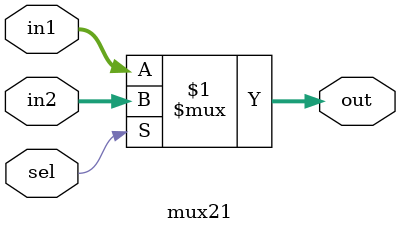
<source format=v>
`timescale 1ns/10ps
module mux21 #(parameter width=16)(
  input sel,
  input [width-1:0] in1, in2,
  output [width-1:0] out);

  assign out = (sel)? in2 : in1;
endmodule



</source>
